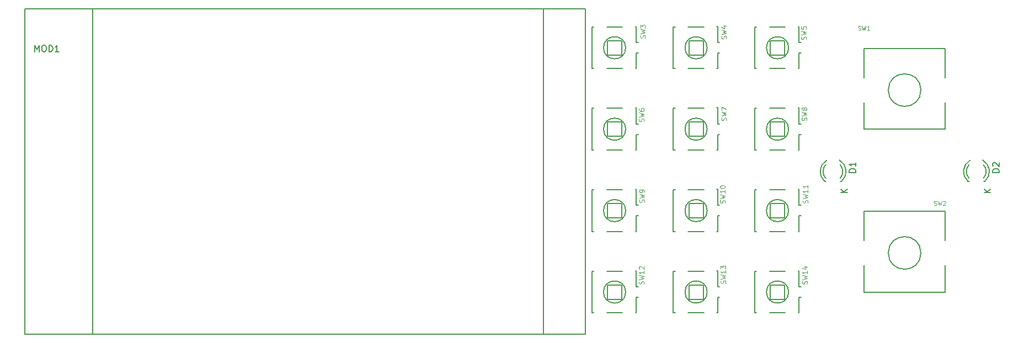
<source format=gto>
G04 #@! TF.FileFunction,Legend,Top*
%FSLAX46Y46*%
G04 Gerber Fmt 4.6, Leading zero omitted, Abs format (unit mm)*
G04 Created by KiCad (PCBNEW 4.0.7) date 06/30/18 16:48:15*
%MOMM*%
%LPD*%
G01*
G04 APERTURE LIST*
%ADD10C,0.100000*%
%ADD11C,0.150000*%
G04 APERTURE END LIST*
D10*
D11*
X125314000Y23501000D02*
X125114000Y23501000D01*
X122720000Y23501000D02*
X122900000Y23501000D01*
X123030357Y26728744D02*
G75*
G03X122714000Y23501000I1003643J-1727744D01*
G01*
X122900932Y26053006D02*
G75*
G03X122900000Y23950000I1133068J-1052006D01*
G01*
X125340726Y23513780D02*
G75*
G03X124994000Y26751000I-1306726J1497220D01*
G01*
X125113253Y23987111D02*
G75*
G03X125094000Y26035000I-1079253J1013889D01*
G01*
X147314000Y23501000D02*
X147114000Y23501000D01*
X144720000Y23501000D02*
X144900000Y23501000D01*
X145030357Y26728744D02*
G75*
G03X144714000Y23501000I1003643J-1727744D01*
G01*
X144900932Y26053006D02*
G75*
G03X144900000Y23950000I1133068J-1052006D01*
G01*
X147340726Y23513780D02*
G75*
G03X146994000Y26751000I-1306726J1497220D01*
G01*
X147113253Y23987111D02*
G75*
G03X147094000Y26035000I-1079253J1013889D01*
G01*
X79600000Y50000000D02*
X79600000Y0D01*
X10400000Y0D02*
X10400000Y50000000D01*
X0Y50000000D02*
X0Y0D01*
X0Y0D02*
X86000000Y0D01*
X86000000Y0D02*
X86000000Y50000000D01*
X86000000Y50000000D02*
X0Y50000000D01*
X137500000Y37500000D02*
G75*
G03X137500000Y37500000I-2500000J0D01*
G01*
X128800000Y39400000D02*
X128800000Y43900000D01*
X128800000Y43900000D02*
X141200000Y43900000D01*
X141200000Y43900000D02*
X141200000Y39400000D01*
X141200000Y35600000D02*
X141200000Y31500000D01*
X141200000Y31500000D02*
X128800000Y31500000D01*
X128800000Y31500000D02*
X128800000Y35600000D01*
X137500000Y12500000D02*
G75*
G03X137500000Y12500000I-2500000J0D01*
G01*
X128800000Y14400000D02*
X128800000Y18900000D01*
X128800000Y18900000D02*
X141200000Y18900000D01*
X141200000Y18900000D02*
X141200000Y14400000D01*
X141200000Y10600000D02*
X141200000Y6500000D01*
X141200000Y6500000D02*
X128800000Y6500000D01*
X128800000Y6500000D02*
X128800000Y10600000D01*
X89400000Y42900000D02*
X89400000Y45100000D01*
X89400000Y45100000D02*
X91600000Y45100000D01*
X91600000Y45100000D02*
X91600000Y42900000D01*
X91600000Y42900000D02*
X89400000Y42900000D01*
X92200000Y44000000D02*
G75*
G03X92200000Y44000000I-1700000J0D01*
G01*
X93700000Y40800000D02*
X93800000Y40800000D01*
X93800000Y40800000D02*
X93800000Y43200000D01*
X93800000Y43200000D02*
X94100000Y43200000D01*
X93700000Y47300000D02*
X93800000Y47300000D01*
X93800000Y47300000D02*
X93800000Y44800000D01*
X93800000Y44800000D02*
X94100000Y44800000D01*
X89300000Y47200000D02*
X91700000Y47200000D01*
X89300000Y40800000D02*
X91700000Y40800000D01*
X87300000Y40800000D02*
X87000000Y40800000D01*
X87000000Y40800000D02*
X87000000Y47200000D01*
X87000000Y47200000D02*
X87300000Y47200000D01*
X101900000Y42900000D02*
X101900000Y45100000D01*
X101900000Y45100000D02*
X104100000Y45100000D01*
X104100000Y45100000D02*
X104100000Y42900000D01*
X104100000Y42900000D02*
X101900000Y42900000D01*
X104700000Y44000000D02*
G75*
G03X104700000Y44000000I-1700000J0D01*
G01*
X106200000Y40800000D02*
X106300000Y40800000D01*
X106300000Y40800000D02*
X106300000Y43200000D01*
X106300000Y43200000D02*
X106600000Y43200000D01*
X106200000Y47300000D02*
X106300000Y47300000D01*
X106300000Y47300000D02*
X106300000Y44800000D01*
X106300000Y44800000D02*
X106600000Y44800000D01*
X101800000Y47200000D02*
X104200000Y47200000D01*
X101800000Y40800000D02*
X104200000Y40800000D01*
X99800000Y40800000D02*
X99500000Y40800000D01*
X99500000Y40800000D02*
X99500000Y47200000D01*
X99500000Y47200000D02*
X99800000Y47200000D01*
X114400000Y42900000D02*
X114400000Y45100000D01*
X114400000Y45100000D02*
X116600000Y45100000D01*
X116600000Y45100000D02*
X116600000Y42900000D01*
X116600000Y42900000D02*
X114400000Y42900000D01*
X117200000Y44000000D02*
G75*
G03X117200000Y44000000I-1700000J0D01*
G01*
X118700000Y40800000D02*
X118800000Y40800000D01*
X118800000Y40800000D02*
X118800000Y43200000D01*
X118800000Y43200000D02*
X119100000Y43200000D01*
X118700000Y47300000D02*
X118800000Y47300000D01*
X118800000Y47300000D02*
X118800000Y44800000D01*
X118800000Y44800000D02*
X119100000Y44800000D01*
X114300000Y47200000D02*
X116700000Y47200000D01*
X114300000Y40800000D02*
X116700000Y40800000D01*
X112300000Y40800000D02*
X112000000Y40800000D01*
X112000000Y40800000D02*
X112000000Y47200000D01*
X112000000Y47200000D02*
X112300000Y47200000D01*
X89400000Y30400000D02*
X89400000Y32600000D01*
X89400000Y32600000D02*
X91600000Y32600000D01*
X91600000Y32600000D02*
X91600000Y30400000D01*
X91600000Y30400000D02*
X89400000Y30400000D01*
X92200000Y31500000D02*
G75*
G03X92200000Y31500000I-1700000J0D01*
G01*
X93700000Y28300000D02*
X93800000Y28300000D01*
X93800000Y28300000D02*
X93800000Y30700000D01*
X93800000Y30700000D02*
X94100000Y30700000D01*
X93700000Y34800000D02*
X93800000Y34800000D01*
X93800000Y34800000D02*
X93800000Y32300000D01*
X93800000Y32300000D02*
X94100000Y32300000D01*
X89300000Y34700000D02*
X91700000Y34700000D01*
X89300000Y28300000D02*
X91700000Y28300000D01*
X87300000Y28300000D02*
X87000000Y28300000D01*
X87000000Y28300000D02*
X87000000Y34700000D01*
X87000000Y34700000D02*
X87300000Y34700000D01*
X101900000Y30400000D02*
X101900000Y32600000D01*
X101900000Y32600000D02*
X104100000Y32600000D01*
X104100000Y32600000D02*
X104100000Y30400000D01*
X104100000Y30400000D02*
X101900000Y30400000D01*
X104700000Y31500000D02*
G75*
G03X104700000Y31500000I-1700000J0D01*
G01*
X106200000Y28300000D02*
X106300000Y28300000D01*
X106300000Y28300000D02*
X106300000Y30700000D01*
X106300000Y30700000D02*
X106600000Y30700000D01*
X106200000Y34800000D02*
X106300000Y34800000D01*
X106300000Y34800000D02*
X106300000Y32300000D01*
X106300000Y32300000D02*
X106600000Y32300000D01*
X101800000Y34700000D02*
X104200000Y34700000D01*
X101800000Y28300000D02*
X104200000Y28300000D01*
X99800000Y28300000D02*
X99500000Y28300000D01*
X99500000Y28300000D02*
X99500000Y34700000D01*
X99500000Y34700000D02*
X99800000Y34700000D01*
X114400000Y30400000D02*
X114400000Y32600000D01*
X114400000Y32600000D02*
X116600000Y32600000D01*
X116600000Y32600000D02*
X116600000Y30400000D01*
X116600000Y30400000D02*
X114400000Y30400000D01*
X117200000Y31500000D02*
G75*
G03X117200000Y31500000I-1700000J0D01*
G01*
X118700000Y28300000D02*
X118800000Y28300000D01*
X118800000Y28300000D02*
X118800000Y30700000D01*
X118800000Y30700000D02*
X119100000Y30700000D01*
X118700000Y34800000D02*
X118800000Y34800000D01*
X118800000Y34800000D02*
X118800000Y32300000D01*
X118800000Y32300000D02*
X119100000Y32300000D01*
X114300000Y34700000D02*
X116700000Y34700000D01*
X114300000Y28300000D02*
X116700000Y28300000D01*
X112300000Y28300000D02*
X112000000Y28300000D01*
X112000000Y28300000D02*
X112000000Y34700000D01*
X112000000Y34700000D02*
X112300000Y34700000D01*
X89400000Y17900000D02*
X89400000Y20100000D01*
X89400000Y20100000D02*
X91600000Y20100000D01*
X91600000Y20100000D02*
X91600000Y17900000D01*
X91600000Y17900000D02*
X89400000Y17900000D01*
X92200000Y19000000D02*
G75*
G03X92200000Y19000000I-1700000J0D01*
G01*
X93700000Y15800000D02*
X93800000Y15800000D01*
X93800000Y15800000D02*
X93800000Y18200000D01*
X93800000Y18200000D02*
X94100000Y18200000D01*
X93700000Y22300000D02*
X93800000Y22300000D01*
X93800000Y22300000D02*
X93800000Y19800000D01*
X93800000Y19800000D02*
X94100000Y19800000D01*
X89300000Y22200000D02*
X91700000Y22200000D01*
X89300000Y15800000D02*
X91700000Y15800000D01*
X87300000Y15800000D02*
X87000000Y15800000D01*
X87000000Y15800000D02*
X87000000Y22200000D01*
X87000000Y22200000D02*
X87300000Y22200000D01*
X101900000Y17900000D02*
X101900000Y20100000D01*
X101900000Y20100000D02*
X104100000Y20100000D01*
X104100000Y20100000D02*
X104100000Y17900000D01*
X104100000Y17900000D02*
X101900000Y17900000D01*
X104700000Y19000000D02*
G75*
G03X104700000Y19000000I-1700000J0D01*
G01*
X106200000Y15800000D02*
X106300000Y15800000D01*
X106300000Y15800000D02*
X106300000Y18200000D01*
X106300000Y18200000D02*
X106600000Y18200000D01*
X106200000Y22300000D02*
X106300000Y22300000D01*
X106300000Y22300000D02*
X106300000Y19800000D01*
X106300000Y19800000D02*
X106600000Y19800000D01*
X101800000Y22200000D02*
X104200000Y22200000D01*
X101800000Y15800000D02*
X104200000Y15800000D01*
X99800000Y15800000D02*
X99500000Y15800000D01*
X99500000Y15800000D02*
X99500000Y22200000D01*
X99500000Y22200000D02*
X99800000Y22200000D01*
X114400000Y17900000D02*
X114400000Y20100000D01*
X114400000Y20100000D02*
X116600000Y20100000D01*
X116600000Y20100000D02*
X116600000Y17900000D01*
X116600000Y17900000D02*
X114400000Y17900000D01*
X117200000Y19000000D02*
G75*
G03X117200000Y19000000I-1700000J0D01*
G01*
X118700000Y15800000D02*
X118800000Y15800000D01*
X118800000Y15800000D02*
X118800000Y18200000D01*
X118800000Y18200000D02*
X119100000Y18200000D01*
X118700000Y22300000D02*
X118800000Y22300000D01*
X118800000Y22300000D02*
X118800000Y19800000D01*
X118800000Y19800000D02*
X119100000Y19800000D01*
X114300000Y22200000D02*
X116700000Y22200000D01*
X114300000Y15800000D02*
X116700000Y15800000D01*
X112300000Y15800000D02*
X112000000Y15800000D01*
X112000000Y15800000D02*
X112000000Y22200000D01*
X112000000Y22200000D02*
X112300000Y22200000D01*
X89400000Y5400000D02*
X89400000Y7600000D01*
X89400000Y7600000D02*
X91600000Y7600000D01*
X91600000Y7600000D02*
X91600000Y5400000D01*
X91600000Y5400000D02*
X89400000Y5400000D01*
X92200000Y6500000D02*
G75*
G03X92200000Y6500000I-1700000J0D01*
G01*
X93700000Y3300000D02*
X93800000Y3300000D01*
X93800000Y3300000D02*
X93800000Y5700000D01*
X93800000Y5700000D02*
X94100000Y5700000D01*
X93700000Y9800000D02*
X93800000Y9800000D01*
X93800000Y9800000D02*
X93800000Y7300000D01*
X93800000Y7300000D02*
X94100000Y7300000D01*
X89300000Y9700000D02*
X91700000Y9700000D01*
X89300000Y3300000D02*
X91700000Y3300000D01*
X87300000Y3300000D02*
X87000000Y3300000D01*
X87000000Y3300000D02*
X87000000Y9700000D01*
X87000000Y9700000D02*
X87300000Y9700000D01*
X101900000Y5400000D02*
X101900000Y7600000D01*
X101900000Y7600000D02*
X104100000Y7600000D01*
X104100000Y7600000D02*
X104100000Y5400000D01*
X104100000Y5400000D02*
X101900000Y5400000D01*
X104700000Y6500000D02*
G75*
G03X104700000Y6500000I-1700000J0D01*
G01*
X106200000Y3300000D02*
X106300000Y3300000D01*
X106300000Y3300000D02*
X106300000Y5700000D01*
X106300000Y5700000D02*
X106600000Y5700000D01*
X106200000Y9800000D02*
X106300000Y9800000D01*
X106300000Y9800000D02*
X106300000Y7300000D01*
X106300000Y7300000D02*
X106600000Y7300000D01*
X101800000Y9700000D02*
X104200000Y9700000D01*
X101800000Y3300000D02*
X104200000Y3300000D01*
X99800000Y3300000D02*
X99500000Y3300000D01*
X99500000Y3300000D02*
X99500000Y9700000D01*
X99500000Y9700000D02*
X99800000Y9700000D01*
X114400000Y5400000D02*
X114400000Y7600000D01*
X114400000Y7600000D02*
X116600000Y7600000D01*
X116600000Y7600000D02*
X116600000Y5400000D01*
X116600000Y5400000D02*
X114400000Y5400000D01*
X117200000Y6500000D02*
G75*
G03X117200000Y6500000I-1700000J0D01*
G01*
X118700000Y3300000D02*
X118800000Y3300000D01*
X118800000Y3300000D02*
X118800000Y5700000D01*
X118800000Y5700000D02*
X119100000Y5700000D01*
X118700000Y9800000D02*
X118800000Y9800000D01*
X118800000Y9800000D02*
X118800000Y7300000D01*
X118800000Y7300000D02*
X119100000Y7300000D01*
X114300000Y9700000D02*
X116700000Y9700000D01*
X114300000Y3300000D02*
X116700000Y3300000D01*
X112300000Y3300000D02*
X112000000Y3300000D01*
X112000000Y3300000D02*
X112000000Y9700000D01*
X112000000Y9700000D02*
X112300000Y9700000D01*
X127512381Y24871905D02*
X126512381Y24871905D01*
X126512381Y25110000D01*
X126560000Y25252858D01*
X126655238Y25348096D01*
X126750476Y25395715D01*
X126940952Y25443334D01*
X127083810Y25443334D01*
X127274286Y25395715D01*
X127369524Y25348096D01*
X127464762Y25252858D01*
X127512381Y25110000D01*
X127512381Y24871905D01*
X127512381Y26395715D02*
X127512381Y25824286D01*
X127512381Y26110000D02*
X126512381Y26110000D01*
X126655238Y26014762D01*
X126750476Y25919524D01*
X126798095Y25824286D01*
X126192381Y21748095D02*
X125192381Y21748095D01*
X126192381Y22319524D02*
X125620952Y21890952D01*
X125192381Y22319524D02*
X125763810Y21748095D01*
X149512381Y24871905D02*
X148512381Y24871905D01*
X148512381Y25110000D01*
X148560000Y25252858D01*
X148655238Y25348096D01*
X148750476Y25395715D01*
X148940952Y25443334D01*
X149083810Y25443334D01*
X149274286Y25395715D01*
X149369524Y25348096D01*
X149464762Y25252858D01*
X149512381Y25110000D01*
X149512381Y24871905D01*
X148607619Y25824286D02*
X148560000Y25871905D01*
X148512381Y25967143D01*
X148512381Y26205239D01*
X148560000Y26300477D01*
X148607619Y26348096D01*
X148702857Y26395715D01*
X148798095Y26395715D01*
X148940952Y26348096D01*
X149512381Y25776667D01*
X149512381Y26395715D01*
X148192381Y21748095D02*
X147192381Y21748095D01*
X148192381Y22319524D02*
X147620952Y21890952D01*
X147192381Y22319524D02*
X147763810Y21748095D01*
X1516667Y43397619D02*
X1516667Y44397619D01*
X1850001Y43683333D01*
X2183334Y44397619D01*
X2183334Y43397619D01*
X2850000Y44397619D02*
X3040477Y44397619D01*
X3135715Y44350000D01*
X3230953Y44254762D01*
X3278572Y44064286D01*
X3278572Y43730952D01*
X3230953Y43540476D01*
X3135715Y43445238D01*
X3040477Y43397619D01*
X2850000Y43397619D01*
X2754762Y43445238D01*
X2659524Y43540476D01*
X2611905Y43730952D01*
X2611905Y44064286D01*
X2659524Y44254762D01*
X2754762Y44350000D01*
X2850000Y44397619D01*
X3707143Y43397619D02*
X3707143Y44397619D01*
X3945238Y44397619D01*
X4088096Y44350000D01*
X4183334Y44254762D01*
X4230953Y44159524D01*
X4278572Y43969048D01*
X4278572Y43826190D01*
X4230953Y43635714D01*
X4183334Y43540476D01*
X4088096Y43445238D01*
X3945238Y43397619D01*
X3707143Y43397619D01*
X5230953Y43397619D02*
X4659524Y43397619D01*
X4945238Y43397619D02*
X4945238Y44397619D01*
X4850000Y44254762D01*
X4754762Y44159524D01*
X4659524Y44111905D01*
D10*
X127883334Y46736905D02*
X127976191Y46705952D01*
X128130953Y46705952D01*
X128192857Y46736905D01*
X128223810Y46767857D01*
X128254762Y46829762D01*
X128254762Y46891667D01*
X128223810Y46953571D01*
X128192857Y46984524D01*
X128130953Y47015476D01*
X128007143Y47046429D01*
X127945238Y47077381D01*
X127914286Y47108333D01*
X127883334Y47170238D01*
X127883334Y47232143D01*
X127914286Y47294048D01*
X127945238Y47325000D01*
X128007143Y47355952D01*
X128161905Y47355952D01*
X128254762Y47325000D01*
X128471429Y47355952D02*
X128626191Y46705952D01*
X128750001Y47170238D01*
X128873810Y46705952D01*
X129028572Y47355952D01*
X129616667Y46705952D02*
X129245239Y46705952D01*
X129430953Y46705952D02*
X129430953Y47355952D01*
X129369048Y47263095D01*
X129307143Y47201190D01*
X129245239Y47170238D01*
X139533334Y19836905D02*
X139626191Y19805952D01*
X139780953Y19805952D01*
X139842857Y19836905D01*
X139873810Y19867857D01*
X139904762Y19929762D01*
X139904762Y19991667D01*
X139873810Y20053571D01*
X139842857Y20084524D01*
X139780953Y20115476D01*
X139657143Y20146429D01*
X139595238Y20177381D01*
X139564286Y20208333D01*
X139533334Y20270238D01*
X139533334Y20332143D01*
X139564286Y20394048D01*
X139595238Y20425000D01*
X139657143Y20455952D01*
X139811905Y20455952D01*
X139904762Y20425000D01*
X140121429Y20455952D02*
X140276191Y19805952D01*
X140400001Y20270238D01*
X140523810Y19805952D01*
X140678572Y20455952D01*
X140895239Y20394048D02*
X140926191Y20425000D01*
X140988096Y20455952D01*
X141142858Y20455952D01*
X141204762Y20425000D01*
X141235715Y20394048D01*
X141266667Y20332143D01*
X141266667Y20270238D01*
X141235715Y20177381D01*
X140864286Y19805952D01*
X141266667Y19805952D01*
X95153571Y45500000D02*
X95189286Y45607143D01*
X95189286Y45785714D01*
X95153571Y45857143D01*
X95117857Y45892857D01*
X95046429Y45928572D01*
X94975000Y45928572D01*
X94903571Y45892857D01*
X94867857Y45857143D01*
X94832143Y45785714D01*
X94796429Y45642857D01*
X94760714Y45571429D01*
X94725000Y45535714D01*
X94653571Y45500000D01*
X94582143Y45500000D01*
X94510714Y45535714D01*
X94475000Y45571429D01*
X94439286Y45642857D01*
X94439286Y45821429D01*
X94475000Y45928572D01*
X94439286Y46178572D02*
X95189286Y46357143D01*
X94653571Y46500000D01*
X95189286Y46642858D01*
X94439286Y46821429D01*
X94439286Y47035715D02*
X94439286Y47500001D01*
X94725000Y47250001D01*
X94725000Y47357143D01*
X94760714Y47428572D01*
X94796429Y47464286D01*
X94867857Y47500001D01*
X95046429Y47500001D01*
X95117857Y47464286D01*
X95153571Y47428572D01*
X95189286Y47357143D01*
X95189286Y47142858D01*
X95153571Y47071429D01*
X95117857Y47035715D01*
X107603571Y45400000D02*
X107639286Y45507143D01*
X107639286Y45685714D01*
X107603571Y45757143D01*
X107567857Y45792857D01*
X107496429Y45828572D01*
X107425000Y45828572D01*
X107353571Y45792857D01*
X107317857Y45757143D01*
X107282143Y45685714D01*
X107246429Y45542857D01*
X107210714Y45471429D01*
X107175000Y45435714D01*
X107103571Y45400000D01*
X107032143Y45400000D01*
X106960714Y45435714D01*
X106925000Y45471429D01*
X106889286Y45542857D01*
X106889286Y45721429D01*
X106925000Y45828572D01*
X106889286Y46078572D02*
X107639286Y46257143D01*
X107103571Y46400000D01*
X107639286Y46542858D01*
X106889286Y46721429D01*
X107139286Y47328572D02*
X107639286Y47328572D01*
X106853571Y47150001D02*
X107389286Y46971429D01*
X107389286Y47435715D01*
X119853571Y45300000D02*
X119889286Y45407143D01*
X119889286Y45585714D01*
X119853571Y45657143D01*
X119817857Y45692857D01*
X119746429Y45728572D01*
X119675000Y45728572D01*
X119603571Y45692857D01*
X119567857Y45657143D01*
X119532143Y45585714D01*
X119496429Y45442857D01*
X119460714Y45371429D01*
X119425000Y45335714D01*
X119353571Y45300000D01*
X119282143Y45300000D01*
X119210714Y45335714D01*
X119175000Y45371429D01*
X119139286Y45442857D01*
X119139286Y45621429D01*
X119175000Y45728572D01*
X119139286Y45978572D02*
X119889286Y46157143D01*
X119353571Y46300000D01*
X119889286Y46442858D01*
X119139286Y46621429D01*
X119139286Y47264286D02*
X119139286Y46907143D01*
X119496429Y46871429D01*
X119460714Y46907143D01*
X119425000Y46978572D01*
X119425000Y47157143D01*
X119460714Y47228572D01*
X119496429Y47264286D01*
X119567857Y47300001D01*
X119746429Y47300001D01*
X119817857Y47264286D01*
X119853571Y47228572D01*
X119889286Y47157143D01*
X119889286Y46978572D01*
X119853571Y46907143D01*
X119817857Y46871429D01*
X94953571Y32700000D02*
X94989286Y32807143D01*
X94989286Y32985714D01*
X94953571Y33057143D01*
X94917857Y33092857D01*
X94846429Y33128572D01*
X94775000Y33128572D01*
X94703571Y33092857D01*
X94667857Y33057143D01*
X94632143Y32985714D01*
X94596429Y32842857D01*
X94560714Y32771429D01*
X94525000Y32735714D01*
X94453571Y32700000D01*
X94382143Y32700000D01*
X94310714Y32735714D01*
X94275000Y32771429D01*
X94239286Y32842857D01*
X94239286Y33021429D01*
X94275000Y33128572D01*
X94239286Y33378572D02*
X94989286Y33557143D01*
X94453571Y33700000D01*
X94989286Y33842858D01*
X94239286Y34021429D01*
X94239286Y34628572D02*
X94239286Y34485715D01*
X94275000Y34414286D01*
X94310714Y34378572D01*
X94417857Y34307143D01*
X94560714Y34271429D01*
X94846429Y34271429D01*
X94917857Y34307143D01*
X94953571Y34342858D01*
X94989286Y34414286D01*
X94989286Y34557143D01*
X94953571Y34628572D01*
X94917857Y34664286D01*
X94846429Y34700001D01*
X94667857Y34700001D01*
X94596429Y34664286D01*
X94560714Y34628572D01*
X94525000Y34557143D01*
X94525000Y34414286D01*
X94560714Y34342858D01*
X94596429Y34307143D01*
X94667857Y34271429D01*
X107603571Y32850000D02*
X107639286Y32957143D01*
X107639286Y33135714D01*
X107603571Y33207143D01*
X107567857Y33242857D01*
X107496429Y33278572D01*
X107425000Y33278572D01*
X107353571Y33242857D01*
X107317857Y33207143D01*
X107282143Y33135714D01*
X107246429Y32992857D01*
X107210714Y32921429D01*
X107175000Y32885714D01*
X107103571Y32850000D01*
X107032143Y32850000D01*
X106960714Y32885714D01*
X106925000Y32921429D01*
X106889286Y32992857D01*
X106889286Y33171429D01*
X106925000Y33278572D01*
X106889286Y33528572D02*
X107639286Y33707143D01*
X107103571Y33850000D01*
X107639286Y33992858D01*
X106889286Y34171429D01*
X106889286Y34385715D02*
X106889286Y34885715D01*
X107639286Y34564286D01*
X119953571Y32850000D02*
X119989286Y32957143D01*
X119989286Y33135714D01*
X119953571Y33207143D01*
X119917857Y33242857D01*
X119846429Y33278572D01*
X119775000Y33278572D01*
X119703571Y33242857D01*
X119667857Y33207143D01*
X119632143Y33135714D01*
X119596429Y32992857D01*
X119560714Y32921429D01*
X119525000Y32885714D01*
X119453571Y32850000D01*
X119382143Y32850000D01*
X119310714Y32885714D01*
X119275000Y32921429D01*
X119239286Y32992857D01*
X119239286Y33171429D01*
X119275000Y33278572D01*
X119239286Y33528572D02*
X119989286Y33707143D01*
X119453571Y33850000D01*
X119989286Y33992858D01*
X119239286Y34171429D01*
X119560714Y34564286D02*
X119525000Y34492858D01*
X119489286Y34457143D01*
X119417857Y34421429D01*
X119382143Y34421429D01*
X119310714Y34457143D01*
X119275000Y34492858D01*
X119239286Y34564286D01*
X119239286Y34707143D01*
X119275000Y34778572D01*
X119310714Y34814286D01*
X119382143Y34850001D01*
X119417857Y34850001D01*
X119489286Y34814286D01*
X119525000Y34778572D01*
X119560714Y34707143D01*
X119560714Y34564286D01*
X119596429Y34492858D01*
X119632143Y34457143D01*
X119703571Y34421429D01*
X119846429Y34421429D01*
X119917857Y34457143D01*
X119953571Y34492858D01*
X119989286Y34564286D01*
X119989286Y34707143D01*
X119953571Y34778572D01*
X119917857Y34814286D01*
X119846429Y34850001D01*
X119703571Y34850001D01*
X119632143Y34814286D01*
X119596429Y34778572D01*
X119560714Y34707143D01*
X95003571Y20250000D02*
X95039286Y20357143D01*
X95039286Y20535714D01*
X95003571Y20607143D01*
X94967857Y20642857D01*
X94896429Y20678572D01*
X94825000Y20678572D01*
X94753571Y20642857D01*
X94717857Y20607143D01*
X94682143Y20535714D01*
X94646429Y20392857D01*
X94610714Y20321429D01*
X94575000Y20285714D01*
X94503571Y20250000D01*
X94432143Y20250000D01*
X94360714Y20285714D01*
X94325000Y20321429D01*
X94289286Y20392857D01*
X94289286Y20571429D01*
X94325000Y20678572D01*
X94289286Y20928572D02*
X95039286Y21107143D01*
X94503571Y21250000D01*
X95039286Y21392858D01*
X94289286Y21571429D01*
X95039286Y21892858D02*
X95039286Y22035715D01*
X95003571Y22107143D01*
X94967857Y22142858D01*
X94860714Y22214286D01*
X94717857Y22250001D01*
X94432143Y22250001D01*
X94360714Y22214286D01*
X94325000Y22178572D01*
X94289286Y22107143D01*
X94289286Y21964286D01*
X94325000Y21892858D01*
X94360714Y21857143D01*
X94432143Y21821429D01*
X94610714Y21821429D01*
X94682143Y21857143D01*
X94717857Y21892858D01*
X94753571Y21964286D01*
X94753571Y22107143D01*
X94717857Y22178572D01*
X94682143Y22214286D01*
X94610714Y22250001D01*
X107403571Y20142857D02*
X107439286Y20250000D01*
X107439286Y20428571D01*
X107403571Y20500000D01*
X107367857Y20535714D01*
X107296429Y20571429D01*
X107225000Y20571429D01*
X107153571Y20535714D01*
X107117857Y20500000D01*
X107082143Y20428571D01*
X107046429Y20285714D01*
X107010714Y20214286D01*
X106975000Y20178571D01*
X106903571Y20142857D01*
X106832143Y20142857D01*
X106760714Y20178571D01*
X106725000Y20214286D01*
X106689286Y20285714D01*
X106689286Y20464286D01*
X106725000Y20571429D01*
X106689286Y20821429D02*
X107439286Y21000000D01*
X106903571Y21142857D01*
X107439286Y21285715D01*
X106689286Y21464286D01*
X107439286Y22142858D02*
X107439286Y21714286D01*
X107439286Y21928572D02*
X106689286Y21928572D01*
X106796429Y21857143D01*
X106867857Y21785715D01*
X106903571Y21714286D01*
X106689286Y22607144D02*
X106689286Y22678572D01*
X106725000Y22750001D01*
X106760714Y22785715D01*
X106832143Y22821429D01*
X106975000Y22857144D01*
X107153571Y22857144D01*
X107296429Y22821429D01*
X107367857Y22785715D01*
X107403571Y22750001D01*
X107439286Y22678572D01*
X107439286Y22607144D01*
X107403571Y22535715D01*
X107367857Y22500001D01*
X107296429Y22464286D01*
X107153571Y22428572D01*
X106975000Y22428572D01*
X106832143Y22464286D01*
X106760714Y22500001D01*
X106725000Y22535715D01*
X106689286Y22607144D01*
X120103571Y20192857D02*
X120139286Y20300000D01*
X120139286Y20478571D01*
X120103571Y20550000D01*
X120067857Y20585714D01*
X119996429Y20621429D01*
X119925000Y20621429D01*
X119853571Y20585714D01*
X119817857Y20550000D01*
X119782143Y20478571D01*
X119746429Y20335714D01*
X119710714Y20264286D01*
X119675000Y20228571D01*
X119603571Y20192857D01*
X119532143Y20192857D01*
X119460714Y20228571D01*
X119425000Y20264286D01*
X119389286Y20335714D01*
X119389286Y20514286D01*
X119425000Y20621429D01*
X119389286Y20871429D02*
X120139286Y21050000D01*
X119603571Y21192857D01*
X120139286Y21335715D01*
X119389286Y21514286D01*
X120139286Y22192858D02*
X120139286Y21764286D01*
X120139286Y21978572D02*
X119389286Y21978572D01*
X119496429Y21907143D01*
X119567857Y21835715D01*
X119603571Y21764286D01*
X120139286Y22907144D02*
X120139286Y22478572D01*
X120139286Y22692858D02*
X119389286Y22692858D01*
X119496429Y22621429D01*
X119567857Y22550001D01*
X119603571Y22478572D01*
X94953571Y7742857D02*
X94989286Y7850000D01*
X94989286Y8028571D01*
X94953571Y8100000D01*
X94917857Y8135714D01*
X94846429Y8171429D01*
X94775000Y8171429D01*
X94703571Y8135714D01*
X94667857Y8100000D01*
X94632143Y8028571D01*
X94596429Y7885714D01*
X94560714Y7814286D01*
X94525000Y7778571D01*
X94453571Y7742857D01*
X94382143Y7742857D01*
X94310714Y7778571D01*
X94275000Y7814286D01*
X94239286Y7885714D01*
X94239286Y8064286D01*
X94275000Y8171429D01*
X94239286Y8421429D02*
X94989286Y8600000D01*
X94453571Y8742857D01*
X94989286Y8885715D01*
X94239286Y9064286D01*
X94989286Y9742858D02*
X94989286Y9314286D01*
X94989286Y9528572D02*
X94239286Y9528572D01*
X94346429Y9457143D01*
X94417857Y9385715D01*
X94453571Y9314286D01*
X94310714Y10028572D02*
X94275000Y10064286D01*
X94239286Y10135715D01*
X94239286Y10314286D01*
X94275000Y10385715D01*
X94310714Y10421429D01*
X94382143Y10457144D01*
X94453571Y10457144D01*
X94560714Y10421429D01*
X94989286Y9992858D01*
X94989286Y10457144D01*
X107503571Y7842857D02*
X107539286Y7950000D01*
X107539286Y8128571D01*
X107503571Y8200000D01*
X107467857Y8235714D01*
X107396429Y8271429D01*
X107325000Y8271429D01*
X107253571Y8235714D01*
X107217857Y8200000D01*
X107182143Y8128571D01*
X107146429Y7985714D01*
X107110714Y7914286D01*
X107075000Y7878571D01*
X107003571Y7842857D01*
X106932143Y7842857D01*
X106860714Y7878571D01*
X106825000Y7914286D01*
X106789286Y7985714D01*
X106789286Y8164286D01*
X106825000Y8271429D01*
X106789286Y8521429D02*
X107539286Y8700000D01*
X107003571Y8842857D01*
X107539286Y8985715D01*
X106789286Y9164286D01*
X107539286Y9842858D02*
X107539286Y9414286D01*
X107539286Y9628572D02*
X106789286Y9628572D01*
X106896429Y9557143D01*
X106967857Y9485715D01*
X107003571Y9414286D01*
X106789286Y10092858D02*
X106789286Y10557144D01*
X107075000Y10307144D01*
X107075000Y10414286D01*
X107110714Y10485715D01*
X107146429Y10521429D01*
X107217857Y10557144D01*
X107396429Y10557144D01*
X107467857Y10521429D01*
X107503571Y10485715D01*
X107539286Y10414286D01*
X107539286Y10200001D01*
X107503571Y10128572D01*
X107467857Y10092858D01*
X120003571Y7742857D02*
X120039286Y7850000D01*
X120039286Y8028571D01*
X120003571Y8100000D01*
X119967857Y8135714D01*
X119896429Y8171429D01*
X119825000Y8171429D01*
X119753571Y8135714D01*
X119717857Y8100000D01*
X119682143Y8028571D01*
X119646429Y7885714D01*
X119610714Y7814286D01*
X119575000Y7778571D01*
X119503571Y7742857D01*
X119432143Y7742857D01*
X119360714Y7778571D01*
X119325000Y7814286D01*
X119289286Y7885714D01*
X119289286Y8064286D01*
X119325000Y8171429D01*
X119289286Y8421429D02*
X120039286Y8600000D01*
X119503571Y8742857D01*
X120039286Y8885715D01*
X119289286Y9064286D01*
X120039286Y9742858D02*
X120039286Y9314286D01*
X120039286Y9528572D02*
X119289286Y9528572D01*
X119396429Y9457143D01*
X119467857Y9385715D01*
X119503571Y9314286D01*
X119539286Y10385715D02*
X120039286Y10385715D01*
X119253571Y10207144D02*
X119789286Y10028572D01*
X119789286Y10492858D01*
M02*

</source>
